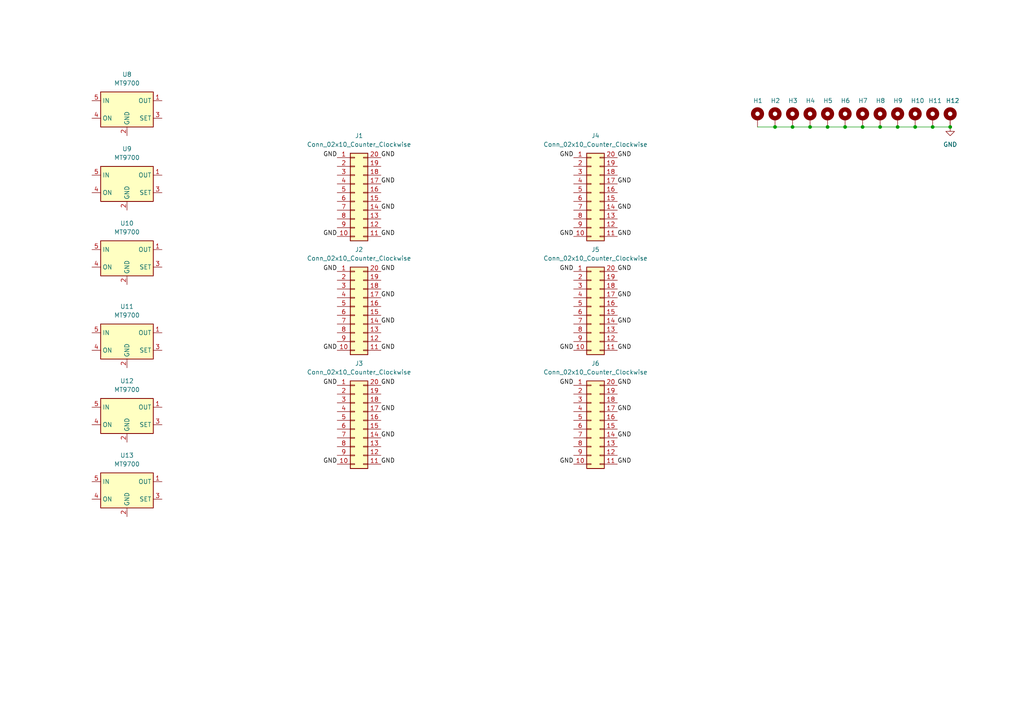
<source format=kicad_sch>
(kicad_sch (version 20230121) (generator eeschema)
  (paper "A4")
  (lib_symbols
    (symbol "Connector_Generic:Conn_02x10_Counter_Clockwise" (pin_names (offset 1.016) hide)
      (property "Reference" "J" (at 1.27 12.7 0))
      (property "Value" "Conn_02x10_Counter_Clockwise" (at 1.27 -15.24 0))
      (symbol "Conn_02x10_Counter_Clockwise_1_1"
        (rectangle (start -1.27 -12.573) (end 0 -12.827) (stroke (width 0.1524)))
        (rectangle (start -1.27 -10.033) (end 0 -10.287) (stroke (width 0.1524)))
        (rectangle (start -1.27 -7.493) (end 0 -7.747) (stroke (width 0.1524)))
        (rectangle (start -1.27 -4.953) (end 0 -5.207) (stroke (width 0.1524)))
        (rectangle (start -1.27 -2.413) (end 0 -2.667) (stroke (width 0.1524)))
        (rectangle (start -1.27 0.127) (end 0 -0.127) (stroke (width 0.1524)))
        (rectangle (start -1.27 2.667) (end 0 2.413) (stroke (width 0.1524)))
        (rectangle (start -1.27 5.207) (end 0 4.953) (stroke (width 0.1524)))
        (rectangle (start -1.27 7.747) (end 0 7.493) (stroke (width 0.1524)))
        (rectangle (start -1.27 10.287) (end 0 10.033) (stroke (width 0.1524)))
        (rectangle (start -1.27 11.43) (end 3.81 -13.97) (stroke (width 0.254)) (fill (type background)))
        (rectangle (start 3.81 -12.573) (end 2.54 -12.827) (stroke (width 0.1524)))
        (rectangle (start 3.81 -10.033) (end 2.54 -10.287) (stroke (width 0.1524)))
        (rectangle (start 3.81 -7.493) (end 2.54 -7.747) (stroke (width 0.1524)))
        (rectangle (start 3.81 -4.953) (end 2.54 -5.207) (stroke (width 0.1524)))
        (rectangle (start 3.81 -2.413) (end 2.54 -2.667) (stroke (width 0.1524)))
        (rectangle (start 3.81 0.127) (end 2.54 -0.127) (stroke (width 0.1524)))
        (rectangle (start 3.81 2.667) (end 2.54 2.413) (stroke (width 0.1524)))
        (rectangle (start 3.81 5.207) (end 2.54 4.953) (stroke (width 0.1524)))
        (rectangle (start 3.81 7.747) (end 2.54 7.493) (stroke (width 0.1524)))
        (rectangle (start 3.81 10.287) (end 2.54 10.033) (stroke (width 0.1524)))
        (pin passive line (at -5.08 10.16 0) (length 3.81) (name "Pin_1") (number "1"))
        (pin passive line (at -5.08 -12.7 0) (length 3.81) (name "Pin_10") (number "10"))
        (pin passive line (at 7.62 -12.7 180) (length 3.81) (name "Pin_11") (number "11"))
        (pin passive line (at 7.62 -10.16 180) (length 3.81) (name "Pin_12") (number "12"))
        (pin passive line (at 7.62 -7.62 180) (length 3.81) (name "Pin_13") (number "13"))
        (pin passive line (at 7.62 -5.08 180) (length 3.81) (name "Pin_14") (number "14"))
        (pin passive line (at 7.62 -2.54 180) (length 3.81) (name "Pin_15") (number "15"))
        (pin passive line (at 7.62 0 180) (length 3.81) (name "Pin_16") (number "16"))
        (pin passive line (at 7.62 2.54 180) (length 3.81) (name "Pin_17") (number "17"))
        (pin passive line (at 7.62 5.08 180) (length 3.81) (name "Pin_18") (number "18"))
        (pin passive line (at 7.62 7.62 180) (length 3.81) (name "Pin_19") (number "19"))
        (pin passive line (at -5.08 7.62 0) (length 3.81) (name "Pin_2") (number "2"))
        (pin passive line (at 7.62 10.16 180) (length 3.81) (name "Pin_20") (number "20"))
        (pin passive line (at -5.08 5.08 0) (length 3.81) (name "Pin_3") (number "3"))
        (pin passive line (at -5.08 2.54 0) (length 3.81) (name "Pin_4") (number "4"))
        (pin passive line (at -5.08 0 0) (length 3.81) (name "Pin_5") (number "5"))
        (pin passive line (at -5.08 -2.54 0) (length 3.81) (name "Pin_6") (number "6"))
        (pin passive line (at -5.08 -5.08 0) (length 3.81) (name "Pin_7") (number "7"))
        (pin passive line (at -5.08 -7.62 0) (length 3.81) (name "Pin_8") (number "8"))
        (pin passive line (at -5.08 -10.16 0) (length 3.81) (name "Pin_9") (number "9"))
      )
    )
    (symbol "Mechanical:MountingHole_Pad" (pin_numbers hide) (pin_names (offset 1.016) hide)
      (property "Reference" "H" (at 0 6.35 0))
      (property "Value" "MountingHole_Pad" (at 0 4.445 0))
      (symbol "MountingHole_Pad_0_1"
        (circle (center 0 1.27) (radius 1.27) (stroke (width 1.27)))
      )
      (symbol "MountingHole_Pad_1_1"
        (pin input line (at 0 -2.54 90) (length 2.54) (name "1") (number "1"))
      )
    )
    (symbol "Power_Management:AAT4610BIGV-1-T1"
      (property "Reference" "U" (at -6.35 -6.35 0))
      (property "Value" "AAT4610BIGV-1-T1" (at 0 6.35 0))
      (symbol "AAT4610BIGV-1-T1_0_1"
        (rectangle (start -7.62 5.08) (end 7.62 -5.08) (stroke (width 0.254)) (fill (type background)))
      )
      (symbol "AAT4610BIGV-1-T1_1_1"
        (pin power_out line (at 10.16 2.54 180) (length 2.54) (name "OUT") (number "1"))
        (pin power_in line (at 0 -7.62 90) (length 2.54) (name "GND") (number "2"))
        (pin passive line (at 10.16 -2.54 180) (length 2.54) (name "SET") (number "3"))
        (pin input line (at -10.16 -2.54 0) (length 2.54) (name "ON") (number "4"))
        (pin power_in line (at -10.16 2.54 0) (length 2.54) (name "IN") (number "5"))
      )
    )
    (symbol "power:GND" (power) (pin_names (offset 0))
      (property "Value" "GND" (at 0 -3.81 0))
      (symbol "GND_0_1"
        (polyline (pts (xy 0 0) (xy 0 -1.27) (xy 1.27 -1.27) (xy 0 -2.54) (xy -1.27 -1.27) (xy 0 -1.27)))
      )
      (symbol "GND_1_1"
        (pin power_in line (at 0 0 270) (length 0) hide (name "GND") (number "1"))
      )
    )
  )
  (junction (at 234.95 36.83))
  (junction (at 245.11 36.83))
  (junction (at 275.59 36.83))
  (junction (at 265.43 36.83))
  (junction (at 255.27 36.83))
  (junction (at 250.19 36.83))
  (junction (at 260.35 36.83))
  (junction (at 224.79 36.83))
  (junction (at 229.87 36.83))
  (junction (at 270.51 36.83))
  (junction (at 240.03 36.83))
  (wire (pts (xy 260.35 36.83) (xy 265.43 36.83)))
  (wire (pts (xy 224.79 36.83) (xy 229.87 36.83)))
  (wire (pts (xy 240.03 36.83) (xy 245.11 36.83)))
  (wire (pts (xy 250.19 36.83) (xy 255.27 36.83)))
  (wire (pts (xy 234.95 36.83) (xy 240.03 36.83)))
  (wire (pts (xy 270.51 36.83) (xy 275.59 36.83)))
  (wire (pts (xy 219.71 36.83) (xy 224.79 36.83)))
  (wire (pts (xy 265.43 36.83) (xy 270.51 36.83)))
  (wire (pts (xy 245.11 36.83) (xy 250.19 36.83)))
  (wire (pts (xy 229.87 36.83) (xy 234.95 36.83)))
  (wire (pts (xy 255.27 36.83) (xy 260.35 36.83)))
  (label "GND" (at 97.79 45.72 180))
  (label "GND" (at 110.49 134.62 0))
  (label "GND" (at 97.79 78.74 180))
  (label "GND" (at 179.07 60.96 0))
  (label "GND" (at 110.49 119.38 0))
  (label "GND" (at 110.49 86.36 0))
  (label "GND" (at 110.49 111.76 0))
  (label "GND" (at 166.37 78.74 180))
  (label "GND" (at 110.49 53.34 0))
  (label "GND" (at 97.79 111.76 180))
  (label "GND" (at 110.49 127 0))
  (label "GND" (at 179.07 134.62 0))
  (label "GND" (at 179.07 68.58 0))
  (label "GND" (at 179.07 127 0))
  (label "GND" (at 97.79 101.6 180))
  (label "GND" (at 110.49 68.58 0))
  (label "GND" (at 179.07 101.6 0))
  (label "GND" (at 179.07 53.34 0))
  (label "GND" (at 166.37 101.6 180))
  (label "GND" (at 179.07 86.36 0))
  (label "GND" (at 179.07 93.98 0))
  (label "GND" (at 97.79 68.58 180))
  (label "GND" (at 179.07 111.76 0))
  (label "GND" (at 179.07 45.72 0))
  (label "GND" (at 97.79 134.62 180))
  (label "GND" (at 110.49 78.74 0))
  (label "GND" (at 110.49 93.98 0))
  (label "GND" (at 166.37 45.72 180))
  (label "GND" (at 166.37 134.62 180))
  (label "GND" (at 110.49 60.96 0))
  (label "GND" (at 166.37 111.76 180))
  (label "GND" (at 110.49 101.6 0))
  (label "GND" (at 179.07 119.38 0))
  (label "GND" (at 179.07 78.74 0))
  (label "GND" (at 166.37 68.58 180))
  (label "GND" (at 110.49 45.72 0))
  (symbol (lib_id "Connector_Generic:Conn_02x10_Counter_Clockwise") (at 102.87 88.9 0) (unit 1)
    (property "Reference" "J2" (at 104.14 72.39 0))
    (property "Value" "Conn_02x10_Counter_Clockwise" (at 104.14 74.93 0))
    (property "Footprint" "nodular:SFP" (effects hide))
  )
  (symbol (lib_id "Connector_Generic:Conn_02x10_Counter_Clockwise") (at 171.45 88.9 0) (unit 1)
    (property "Reference" "J5" (at 172.72 72.39 0))
    (property "Value" "Conn_02x10_Counter_Clockwise" (at 172.72 74.93 0))
    (property "Footprint" "nodular:SFP" (effects hide))
  )
  (symbol (lib_id "Connector_Generic:Conn_02x10_Counter_Clockwise") (at 102.87 55.88 0) (unit 1)
    (property "Reference" "J1" (at 104.14 39.37 0))
    (property "Value" "Conn_02x10_Counter_Clockwise" (at 104.14 41.91 0))
    (property "Footprint" "nodular:SFP" (effects hide))
  )
  (symbol (lib_id "Mechanical:MountingHole_Pad") (at 234.95 34.29 0) (unit 1)
    (property "Reference" "H4" (at 233.68 29.21 0) (effects (justify left)))
    (property "Value" "MountingHole_Pad" (effects hide))
    (property "Footprint" "nodular:SMTSO2030CTJ" (effects hide))
  )
  (symbol (lib_id "Mechanical:MountingHole_Pad") (at 265.43 34.29 0) (unit 1)
    (property "Reference" "H10" (at 264.16 29.21 0) (effects (justify left)))
    (property "Value" "MountingHole_Pad" (effects hide))
    (property "Footprint" "nodular:SMTSO2030CTJ" (effects hide))
  )
  (symbol (lib_id "power:GND") (at 275.59 36.83 0) (unit 1)
    (property "Reference" "#PWR01" (effects hide))
    (property "Value" "GND" (at 275.59 41.91 0))
  )
  (symbol (lib_id "Connector_Generic:Conn_02x10_Counter_Clockwise") (at 171.45 55.88 0) (unit 1)
    (property "Reference" "J4" (at 172.72 39.37 0))
    (property "Value" "Conn_02x10_Counter_Clockwise" (at 172.72 41.91 0))
    (property "Footprint" "nodular:SFP" (effects hide))
  )
  (symbol (lib_id "Power_Management:AAT4610BIGV-1-T1") (at 36.83 99.06 0) (unit 1)
    (property "Reference" "U11" (at 36.83 88.9 0))
    (property "Value" "MT9700" (at 36.83 91.44 0))
    (property "Footprint" "Package_TO_SOT_SMD:SOT-23-5" (effects hide))
    (property "Datasheet" "http://www.skyworksinc.com/uploads/documents/201937A.pdf" (effects hide))
  )
  (symbol (lib_id "Mechanical:MountingHole_Pad") (at 250.19 34.29 0) (unit 1)
    (property "Reference" "H7" (at 248.92 29.21 0) (effects (justify left)))
    (property "Value" "MountingHole_Pad" (effects hide))
    (property "Footprint" "nodular:SMTSO2030CTJ" (effects hide))
  )
  (symbol (lib_id "Mechanical:MountingHole_Pad") (at 275.59 34.29 0) (unit 1)
    (property "Reference" "H12" (at 274.32 29.21 0) (effects (justify left)))
    (property "Value" "MountingHole_Pad" (effects hide))
    (property "Footprint" "nodular:SMTSO2030CTJ" (effects hide))
  )
  (symbol (lib_id "Mechanical:MountingHole_Pad") (at 240.03 34.29 0) (unit 1)
    (property "Reference" "H5" (at 238.76 29.21 0) (effects (justify left)))
    (property "Value" "MountingHole_Pad" (effects hide))
    (property "Footprint" "nodular:SMTSO2030CTJ" (effects hide))
  )
  (symbol (lib_id "Mechanical:MountingHole_Pad") (at 270.51 34.29 0) (unit 1)
    (property "Reference" "H11" (at 269.24 29.21 0) (effects (justify left)))
    (property "Value" "MountingHole_Pad" (effects hide))
    (property "Footprint" "nodular:SMTSO2030CTJ" (effects hide))
  )
  (symbol (lib_id "Connector_Generic:Conn_02x10_Counter_Clockwise") (at 102.87 121.92 0) (unit 1)
    (property "Reference" "J3" (at 104.14 105.41 0))
    (property "Value" "Conn_02x10_Counter_Clockwise" (at 104.14 107.95 0))
    (property "Footprint" "nodular:SFP" (effects hide))
  )
  (symbol (lib_id "Mechanical:MountingHole_Pad") (at 219.71 34.29 0) (unit 1)
    (property "Reference" "H1" (at 218.44 29.21 0) (effects (justify left)))
    (property "Value" "MountingHole_Pad" (effects hide))
    (property "Footprint" "nodular:SMTSO2030CTJ" (effects hide))
  )
  (symbol (lib_id "Mechanical:MountingHole_Pad") (at 229.87 34.29 0) (unit 1)
    (property "Reference" "H3" (at 228.6 29.21 0) (effects (justify left)))
    (property "Value" "MountingHole_Pad" (effects hide))
    (property "Footprint" "nodular:SMTSO2030CTJ" (effects hide))
  )
  (symbol (lib_id "Power_Management:AAT4610BIGV-1-T1") (at 36.83 53.34 0) (unit 1)
    (property "Reference" "U9" (at 36.83 43.18 0))
    (property "Value" "MT9700" (at 36.83 45.72 0))
    (property "Footprint" "Package_TO_SOT_SMD:SOT-23-5" (effects hide))
    (property "Datasheet" "http://www.skyworksinc.com/uploads/documents/201937A.pdf" (effects hide))
  )
  (symbol (lib_id "Mechanical:MountingHole_Pad") (at 245.11 34.29 0) (unit 1)
    (property "Reference" "H6" (at 243.84 29.21 0) (effects (justify left)))
    (property "Value" "MountingHole_Pad" (effects hide))
    (property "Footprint" "nodular:SMTSO2030CTJ" (effects hide))
  )
  (symbol (lib_id "Power_Management:AAT4610BIGV-1-T1") (at 36.83 120.65 0) (unit 1)
    (property "Reference" "U12" (at 36.83 110.49 0))
    (property "Value" "MT9700" (at 36.83 113.03 0))
    (property "Footprint" "Package_TO_SOT_SMD:SOT-23-5" (effects hide))
    (property "Datasheet" "http://www.skyworksinc.com/uploads/documents/201937A.pdf" (effects hide))
  )
  (symbol (lib_id "Power_Management:AAT4610BIGV-1-T1") (at 36.83 31.75 0) (unit 1)
    (property "Reference" "U8" (at 36.83 21.59 0))
    (property "Value" "MT9700" (at 36.83 24.13 0))
    (property "Footprint" "Package_TO_SOT_SMD:SOT-23-5" (effects hide))
    (property "Datasheet" "http://www.skyworksinc.com/uploads/documents/201937A.pdf" (effects hide))
  )
  (symbol (lib_id "Power_Management:AAT4610BIGV-1-T1") (at 36.83 74.93 0) (unit 1)
    (property "Reference" "U10" (at 36.83 64.77 0))
    (property "Value" "MT9700" (at 36.83 67.31 0))
    (property "Footprint" "Package_TO_SOT_SMD:SOT-23-5" (effects hide))
    (property "Datasheet" "http://www.skyworksinc.com/uploads/documents/201937A.pdf" (effects hide))
  )
  (symbol (lib_id "Mechanical:MountingHole_Pad") (at 224.79 34.29 0) (unit 1)
    (property "Reference" "H2" (at 223.52 29.21 0) (effects (justify left)))
    (property "Value" "MountingHole_Pad" (effects hide))
    (property "Footprint" "nodular:SMTSO2030CTJ" (effects hide))
  )
  (symbol (lib_id "Mechanical:MountingHole_Pad") (at 255.27 34.29 0) (unit 1)
    (property "Reference" "H8" (at 254 29.21 0) (effects (justify left)))
    (property "Value" "MountingHole_Pad" (effects hide))
    (property "Footprint" "nodular:SMTSO2030CTJ" (effects hide))
  )
  (symbol (lib_id "Connector_Generic:Conn_02x10_Counter_Clockwise") (at 171.45 121.92 0) (unit 1)
    (property "Reference" "J6" (at 172.72 105.41 0))
    (property "Value" "Conn_02x10_Counter_Clockwise" (at 172.72 107.95 0))
    (property "Footprint" "nodular:SFP" (effects hide))
  )
  (symbol (lib_id "Power_Management:AAT4610BIGV-1-T1") (at 36.83 142.24 0) (unit 1)
    (property "Reference" "U13" (at 36.83 132.08 0))
    (property "Value" "MT9700" (at 36.83 134.62 0))
    (property "Footprint" "Package_TO_SOT_SMD:SOT-23-5" (effects hide))
    (property "Datasheet" "http://www.skyworksinc.com/uploads/documents/201937A.pdf" (effects hide))
  )
  (symbol (lib_id "Mechanical:MountingHole_Pad") (at 260.35 34.29 0) (unit 1)
    (property "Reference" "H9" (at 259.08 29.21 0) (effects (justify left)))
    (property "Value" "MountingHole_Pad" (effects hide))
    (property "Footprint" "nodular:SMTSO2030CTJ" (effects hide))
  )
)
</source>
